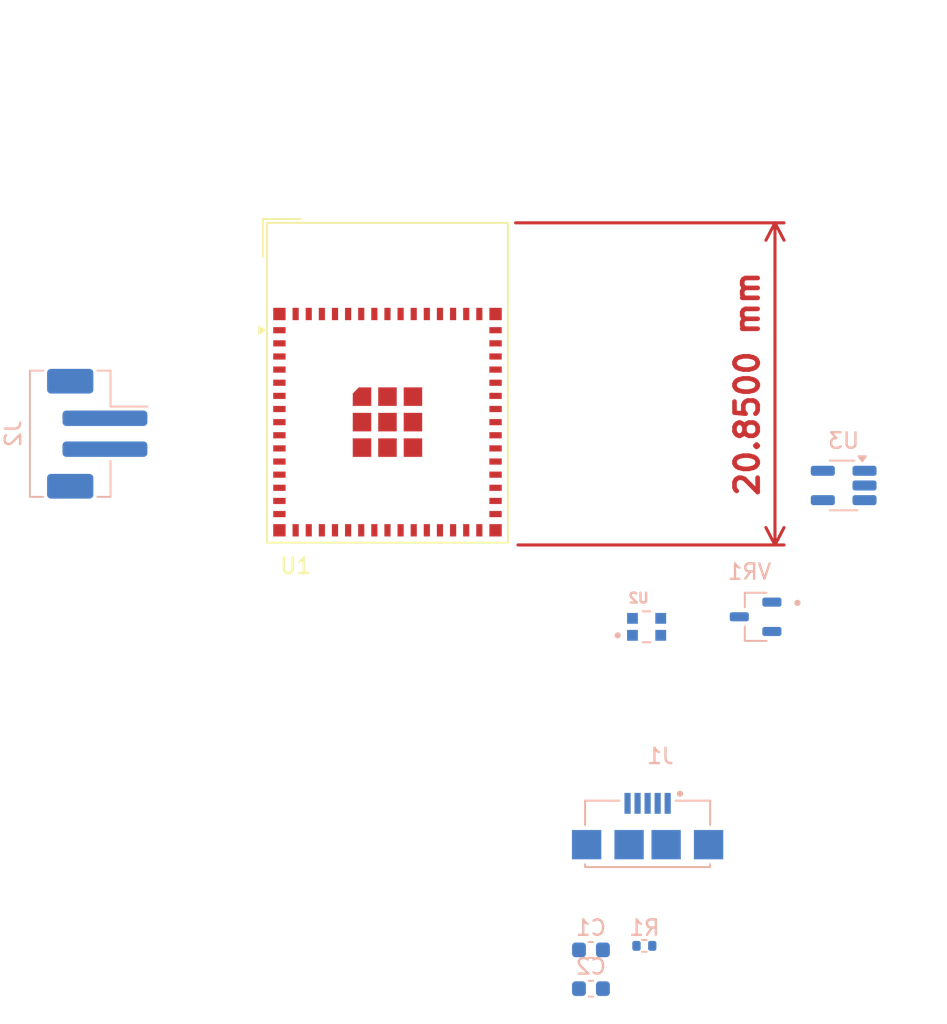
<source format=kicad_pcb>
(kicad_pcb (version 20240108) (generator "pcbnew") (generator_version "8.0")
  (layers (0 "F.Cu" signal) (31 "B.Cu" signal) (34 "B.Paste" user) (35 "F.Paste" user) (36 "B.SilkS" user "B.Silkscreen") (37 "F.SilkS" user "F.Silkscreen") (38 "B.Mask" user) (39 "F.Mask" user) (44 "Edge.Cuts" user))
  (net 0 "")
  (net 40 "Net-(U1-GND-Pad1)")
  (net 41 "D-")
  (net 42 "D+")
  (net 50 "/power/+VBAT")
  (net 51 "GND")
  (net 52 "/power/V_USB")
  (net 54 "Net-(J1-SHIELD-PadS1)")
  (net 59 "+VBAT")
  (net 60 "Net-(U3-PROG)")
  (net 61 "/power/BSTAT")
  (footprint "RF_Module:ESP32-S2-MINI-1" (layer "F.Cu") (at 142.15 85.15)
    (property "Reference" "U1" (at -5.95 11.85 0) (layer "F.SilkS"))
    (property "Value" "ESP32-S3-MINI-1")
    (fp_line (start -8.075 -10.6) (end -8.075 -8.15) (stroke (width 0.12)) (layer "F.SilkS"))
    (fp_line (start -8.075 -10.6) (end -5.625 -10.6) (stroke (width 0.12)) (layer "F.SilkS"))
    (fp_line (start -7.8 -10.35) (end 7.8 -10.35) (stroke (width 0.12)) (layer "F.SilkS"))
    (fp_line (start -7.8 10.35) (end -7.8 -10.35) (stroke (width 0.12)) (layer "F.SilkS"))
    (fp_line (start 7.8 -10.35) (end 7.8 10.35) (stroke (width 0.12)) (layer "F.SilkS"))
    (fp_line (start 7.8 10.35) (end -7.8 10.35) (stroke (width 0.12)) (layer "F.SilkS"))
    (fp_poly (pts (xy -7.975 -3.4) (xy -8.311 -3.16) (xy -8.311 -3.64) (xy -7.975 -3.4)) (stroke (width 0.12)) (fill solid) (layer "F.SilkS"))
    (pad "1" smd rect (at -7 -3.4) (size 0.8 0.4) (layers "F.Cu" "F.Paste" "F.Mask") (net 40 "Net-(U1-GND-Pad1)"))
    (pad "2" smd rect (at -7 -2.55) (size 0.8 0.4) (layers "F.Cu" "F.Paste" "F.Mask") (net 40 "Net-(U1-GND-Pad1)"))
    (pad "3" smd rect (at -7 -1.7) (size 0.8 0.4) (layers "F.Cu" "F.Paste" "F.Mask"))
    (pad "4" smd rect (at -7 -0.85) (size 0.8 0.4) (layers "F.Cu" "F.Paste" "F.Mask"))
    (pad "5" smd rect (at -7 0) (size 0.8 0.4) (layers "F.Cu" "F.Paste" "F.Mask"))
    (pad "6" smd rect (at -7 0.85) (size 0.8 0.4) (layers "F.Cu" "F.Paste" "F.Mask"))
    (pad "7" smd rect (at -7 1.7) (size 0.8 0.4) (layers "F.Cu" "F.Paste" "F.Mask"))
    (pad "8" smd rect (at -7 2.55) (size 0.8 0.4) (layers "F.Cu" "F.Paste" "F.Mask"))
    (pad "9" smd rect (at -7 3.4) (size 0.8 0.4) (layers "F.Cu" "F.Paste" "F.Mask"))
    (pad "10" smd rect (at -7 4.25) (size 0.8 0.4) (layers "F.Cu" "F.Paste" "F.Mask"))
    (pad "11" smd rect (at -7 5.1) (size 0.8 0.4) (layers "F.Cu" "F.Paste" "F.Mask"))
    (pad "12" smd rect (at -7 5.95) (size 0.8 0.4) (layers "F.Cu" "F.Paste" "F.Mask"))
    (pad "13" smd rect (at -7 6.8) (size 0.8 0.4) (layers "F.Cu" "F.Paste" "F.Mask"))
    (pad "14" smd rect (at -7 7.65) (size 0.8 0.4) (layers "F.Cu" "F.Paste" "F.Mask"))
    (pad "15" smd rect (at -7 8.5) (size 0.8 0.4) (layers "F.Cu" "F.Paste" "F.Mask"))
    (pad "16" smd rect (at -5.95 9.55 90) (size 0.8 0.4) (layers "F.Cu" "F.Paste" "F.Mask"))
    (pad "17" smd rect (at -5.1 9.55 90) (size 0.8 0.4) (layers "F.Cu" "F.Paste" "F.Mask"))
    (pad "18" smd rect (at -4.25 9.55 90) (size 0.8 0.4) (layers "F.Cu" "F.Paste" "F.Mask"))
    (pad "19" smd rect (at -3.4 9.55 90) (size 0.8 0.4) (layers "F.Cu" "F.Paste" "F.Mask"))
    (pad "20" smd rect (at -2.55 9.55 90) (size 0.8 0.4) (layers "F.Cu" "F.Paste" "F.Mask"))
    (pad "21" smd rect (at -1.7 9.55 90) (size 0.8 0.4) (layers "F.Cu" "F.Paste" "F.Mask"))
    (pad "22" smd rect (at -0.85 9.55 90) (size 0.8 0.4) (layers "F.Cu" "F.Paste" "F.Mask"))
    (pad "23" smd rect (at 0 9.55 90) (size 0.8 0.4) (layers "F.Cu" "F.Paste" "F.Mask") (net 41 "D-"))
    (pad "24" smd rect (at 0.85 9.55 90) (size 0.8 0.4) (layers "F.Cu" "F.Paste" "F.Mask") (net 42 "D+"))
    (pad "25" smd rect (at 1.7 9.55 90) (size 0.8 0.4) (layers "F.Cu" "F.Paste" "F.Mask"))
    (pad "26" smd rect (at 2.55 9.55 90) (size 0.8 0.4) (layers "F.Cu" "F.Paste" "F.Mask"))
    (pad "27" smd rect (at 3.4 9.55 90) (size 0.8 0.4) (layers "F.Cu" "F.Paste" "F.Mask"))
    (pad "28" smd rect (at 4.25 9.55 90) (size 0.8 0.4) (layers "F.Cu" "F.Paste" "F.Mask"))
    (pad "29" smd rect (at 5.1 9.55 90) (size 0.8 0.4) (layers "F.Cu" "F.Paste" "F.Mask"))
    (pad "30" smd rect (at 5.95 9.55 90) (size 0.8 0.4) (layers "F.Cu" "F.Paste" "F.Mask"))
    (pad "31" smd rect (at 7 8.5) (size 0.8 0.4) (layers "F.Cu" "F.Paste" "F.Mask"))
    (pad "32" smd rect (at 7 7.65) (size 0.8 0.4) (layers "F.Cu" "F.Paste" "F.Mask"))
    (pad "33" smd rect (at 7 6.8) (size 0.8 0.4) (layers "F.Cu" "F.Paste" "F.Mask"))
    (pad "34" smd rect (at 7 5.95) (size 0.8 0.4) (layers "F.Cu" "F.Paste" "F.Mask"))
    (pad "35" smd rect (at 7 5.1) (size 0.8 0.4) (layers "F.Cu" "F.Paste" "F.Mask"))
    (pad "36" smd rect (at 7 4.25) (size 0.8 0.4) (layers "F.Cu" "F.Paste" "F.Mask"))
    (pad "37" smd rect (at 7 3.4) (size 0.8 0.4) (layers "F.Cu" "F.Paste" "F.Mask"))
    (pad "38" smd rect (at 7 2.55) (size 0.8 0.4) (layers "F.Cu" "F.Paste" "F.Mask"))
    (pad "39" smd rect (at 7 1.7) (size 0.8 0.4) (layers "F.Cu" "F.Paste" "F.Mask"))
    (pad "40" smd rect (at 7 0.85) (size 0.8 0.4) (layers "F.Cu" "F.Paste" "F.Mask"))
    (pad "41" smd rect (at 7 0) (size 0.8 0.4) (layers "F.Cu" "F.Paste" "F.Mask"))
    (pad "42" smd rect (at 7 -0.85) (size 0.8 0.4) (layers "F.Cu" "F.Paste" "F.Mask") (net 40 "Net-(U1-GND-Pad1)"))
    (pad "43" smd rect (at 7 -1.7) (size 0.8 0.4) (layers "F.Cu" "F.Paste" "F.Mask") (net 40 "Net-(U1-GND-Pad1)"))
    (pad "44" smd rect (at 7 -2.55) (size 0.8 0.4) (layers "F.Cu" "F.Paste" "F.Mask"))
    (pad "45" smd rect (at 7 -3.4) (size 0.8 0.4) (layers "F.Cu" "F.Paste" "F.Mask"))
    (pad "46" smd rect (at 5.95 -4.45 90) (size 0.8 0.4) (layers "F.Cu" "F.Paste" "F.Mask") (net 40 "Net-(U1-GND-Pad1)"))
    (pad "47" smd rect (at 5.1 -4.45 90) (size 0.8 0.4) (layers "F.Cu" "F.Paste" "F.Mask") (net 40 "Net-(U1-GND-Pad1)"))
    (pad "48" smd rect (at 4.25 -4.45 90) (size 0.8 0.4) (layers "F.Cu" "F.Paste" "F.Mask") (net 40 "Net-(U1-GND-Pad1)"))
    (pad "49" smd rect (at 3.4 -4.45 90) (size 0.8 0.4) (layers "F.Cu" "F.Paste" "F.Mask") (net 40 "Net-(U1-GND-Pad1)"))
    (pad "50" smd rect (at 2.55 -4.45 90) (size 0.8 0.4) (layers "F.Cu" "F.Paste" "F.Mask") (net 40 "Net-(U1-GND-Pad1)"))
    (pad "51" smd rect (at 1.7 -4.45 90) (size 0.8 0.4) (layers "F.Cu" "F.Paste" "F.Mask") (net 40 "Net-(U1-GND-Pad1)"))
    (pad "52" smd rect (at 0.85 -4.45 90) (size 0.8 0.4) (layers "F.Cu" "F.Paste" "F.Mask") (net 40 "Net-(U1-GND-Pad1)"))
    (pad "53" smd rect (at 0 -4.45 90) (size 0.8 0.4) (layers "F.Cu" "F.Paste" "F.Mask") (net 40 "Net-(U1-GND-Pad1)"))
    (pad "54" smd rect (at -0.85 -4.45 90) (size 0.8 0.4) (layers "F.Cu" "F.Paste" "F.Mask") (net 40 "Net-(U1-GND-Pad1)"))
    (pad "55" smd rect (at -1.7 -4.45 90) (size 0.8 0.4) (layers "F.Cu" "F.Paste" "F.Mask") (net 40 "Net-(U1-GND-Pad1)"))
    (pad "56" smd rect (at -2.55 -4.45 90) (size 0.8 0.4) (layers "F.Cu" "F.Paste" "F.Mask") (net 40 "Net-(U1-GND-Pad1)"))
    (pad "57" smd rect (at -3.4 -4.45 90) (size 0.8 0.4) (layers "F.Cu" "F.Paste" "F.Mask") (net 40 "Net-(U1-GND-Pad1)"))
    (pad "58" smd rect (at -4.25 -4.45 90) (size 0.8 0.4) (layers "F.Cu" "F.Paste" "F.Mask") (net 40 "Net-(U1-GND-Pad1)"))
    (pad "59" smd rect (at -5.1 -4.45 90) (size 0.8 0.4) (layers "F.Cu" "F.Paste" "F.Mask") (net 40 "Net-(U1-GND-Pad1)"))
    (pad "60" smd rect (at -5.95 -4.45 90) (size 0.8 0.4) (layers "F.Cu" "F.Paste" "F.Mask") (net 40 "Net-(U1-GND-Pad1)"))
    (pad "61" smd roundrect (at -1.65 0.9) (size 1.2 1.2) (layers "F.Cu" "F.Paste" "F.Mask") (roundrect_rratio 0) (chamfer_ratio 0.33) (chamfer top_left) (net 40 "Net-(U1-GND-Pad1)"))
    (pad "61" smd rect (at -1.65 2.55) (size 1.2 1.2) (layers "F.Cu" "F.Paste" "F.Mask") (net 40 "Net-(U1-GND-Pad1)"))
    (pad "61" smd rect (at -1.65 4.2) (size 1.2 1.2) (layers "F.Cu" "F.Paste" "F.Mask") (net 40 "Net-(U1-GND-Pad1)"))
    (pad "61" smd rect (at 0 0.9) (size 1.2 1.2) (layers "F.Cu" "F.Paste" "F.Mask") (net 40 "Net-(U1-GND-Pad1)"))
    (pad "61" smd rect (at 0 2.55) (size 1.2 1.2) (layers "F.Cu" "F.Paste" "F.Mask") (net 40 "Net-(U1-GND-Pad1)"))
    (pad "61" smd rect (at 0 4.2) (size 1.2 1.2) (layers "F.Cu" "F.Paste" "F.Mask") (net 40 "Net-(U1-GND-Pad1)"))
    (pad "61" smd rect (at 1.65 0.9) (size 1.2 1.2) (layers "F.Cu" "F.Paste" "F.Mask") (net 40 "Net-(U1-GND-Pad1)"))
    (pad "61" smd rect (at 1.65 2.55) (size 1.2 1.2) (layers "F.Cu" "F.Paste" "F.Mask") (net 40 "Net-(U1-GND-Pad1)"))
    (pad "61" smd rect (at 1.65 4.2) (size 1.2 1.2) (layers "F.Cu" "F.Paste" "F.Mask") (net 40 "Net-(U1-GND-Pad1)"))
    (pad "62" smd rect (at -7 -4.45) (size 0.8 0.8) (layers "F.Cu" "F.Paste" "F.Mask") (net 40 "Net-(U1-GND-Pad1)"))
    (pad "63" smd rect (at -7 9.55) (size 0.8 0.8) (layers "F.Cu" "F.Paste" "F.Mask") (net 40 "Net-(U1-GND-Pad1)"))
    (pad "64" smd rect (at 7 9.55) (size 0.8 0.8) (layers "F.Cu" "F.Paste" "F.Mask") (net 40 "Net-(U1-GND-Pad1)"))
    (pad "65" smd rect (at 7 -4.45) (size 0.8 0.8) (layers "F.Cu" "F.Paste" "F.Mask") (net 40 "Net-(U1-GND-Pad1)"))
  )
  (footprint "Package_TO_SOT_SMD:SOT-23-5_HandSoldering" (layer "B.Cu") (at 171.7 91.8 180)
    (property "Reference" "U3" (at 0 2.9 0) (layer "B.SilkS") (effects (justify mirror)))
    (property "Value" "MCP73831-2-OT")
    (fp_line (start 0.9 1.61) (end 0.1 1.61) (stroke (width 0.12)) (layer "B.SilkS"))
    (fp_line (start 0.9 -1.61) (end -0.9 -1.61) (stroke (width 0.12)) (layer "B.SilkS"))
    (fp_line (start -0.7 1.61) (end 0.1 1.61) (stroke (width 0.12)) (layer "B.SilkS"))
    (fp_poly (pts (xy -1.2 1.56) (xy -1.44 1.89) (xy -0.96 1.89) (xy -1.2 1.56)) (stroke (width 0.12)) (fill solid) (layer "B.SilkS"))
    (pad "1" smd roundrect (at -1.35 0.95 180) (size 1.56 0.65) (layers "B.Cu" "B.Paste" "B.Mask") (net 61 "/power/BSTAT"))
    (pad "2" smd roundrect (at -1.35 0 180) (size 1.56 0.65) (layers "B.Cu" "B.Paste" "B.Mask") (net 51 "GND"))
    (pad "3" smd roundrect (at -1.35 -0.95 180) (size 1.56 0.65) (layers "B.Cu" "B.Paste" "B.Mask") (net 50 "/power/+VBAT"))
    (pad "4" smd roundrect (at 1.35 -0.95 180) (size 1.56 0.65) (layers "B.Cu" "B.Paste" "B.Mask") (net 52 "/power/V_USB"))
    (pad "5" smd roundrect (at 1.35 0.95 180) (size 1.56 0.65) (layers "B.Cu" "B.Paste" "B.Mask") (net 60 "Net-(U3-PROG)"))
  )
  (footprint "Resistor_SMD:R_0402_1005Metric" (layer "B.Cu") (at 158.79 121.6 180)
    (property "Reference" "R1" (at 0 1.17 0) (layer "B.SilkS") (effects (justify mirror)))
    (property "Value" "2K/0402")
    (fp_line (start 0.153641 0.38) (end -0.153641 0.38) (stroke (width 0.12)) (layer "B.SilkS"))
    (fp_line (start 0.153641 -0.38) (end -0.153641 -0.38) (stroke (width 0.12)) (layer "B.SilkS"))
    (pad "1" smd roundrect (at -0.51 0 180) (size 0.54 0.64) (layers "B.Cu" "B.Paste" "B.Mask") (net 60 "Net-(U3-PROG)"))
    (pad "2" smd roundrect (at 0.51 0 180) (size 0.54 0.64) (layers "B.Cu" "B.Paste" "B.Mask") (net 51 "GND"))
  )
  (footprint "Connector_JST:JST_PH_B2B-PH-SM4-TB_1x02-1MP_P2.00mm_Vertical" (layer "B.Cu") (at 123.35 88.45 -90)
    (property "Reference" "J2" (at 0 5.45 90) (layer "B.SilkS") (effects (justify mirror)))
    (property "Value" "Conn_01x02_MountingPin")
    (fp_line (start -4.085 4.36) (end -4.085 3.51) (stroke (width 0.12)) (layer "B.SilkS"))
    (fp_line (start 4.085 4.36) (end -4.085 4.36) (stroke (width 0.12)) (layer "B.SilkS"))
    (fp_line (start 4.085 3.51) (end 4.085 4.36) (stroke (width 0.12)) (layer "B.SilkS"))
    (fp_line (start -4.085 -0.86) (end -4.085 -0.01) (stroke (width 0.12)) (layer "B.SilkS"))
    (fp_line (start -1.76 -0.86) (end -4.085 -0.86) (stroke (width 0.12)) (layer "B.SilkS"))
    (fp_line (start 1.76 -0.86) (end 4.085 -0.86) (stroke (width 0.12)) (layer "B.SilkS"))
    (fp_line (start 4.085 -0.86) (end 4.085 -0.01) (stroke (width 0.12)) (layer "B.SilkS"))
    (fp_line (start -1.76 -3.25) (end -1.76 -0.86) (stroke (width 0.12)) (layer "B.SilkS"))
    (pad "1" smd roundrect (at -1 -0.5 270) (size 1 5.5) (layers "B.Cu" "B.Paste" "B.Mask") (net 59 "+VBAT"))
    (pad "2" smd roundrect (at 1 -0.5 270) (size 1 5.5) (layers "B.Cu" "B.Paste" "B.Mask") (net 51 "GND"))
    (pad "MP" smd roundrect (at -3.4 1.75 270) (size 1.6 3) (layers "B.Cu" "B.Paste" "B.Mask") (roundrect_rratio 0.15625) (net 51 "GND"))
    (pad "MP" smd roundrect (at 3.4 1.75 270) (size 1.6 3) (layers "B.Cu" "B.Paste" "B.Mask") (roundrect_rratio 0.15625) (net 51 "GND"))
  )
  (footprint "Capacitor_SMD:C_0603_1608Metric" (layer "B.Cu") (at 155.33 124.37 180)
    (property "Reference" "C2" (at 0 1.43 0) (layer "B.SilkS") (effects (justify mirror)))
    (property "Value" "4.7uF/0603")
    (fp_line (start 0.14058 0.51) (end -0.14058 0.51) (stroke (width 0.12)) (layer "B.SilkS"))
    (fp_line (start 0.14058 -0.51) (end -0.14058 -0.51) (stroke (width 0.12)) (layer "B.SilkS"))
    (pad "1" smd roundrect (at -0.775 0 180) (size 0.9 0.95) (layers "B.Cu" "B.Paste" "B.Mask") (net 52 "/power/V_USB"))
    (pad "2" smd roundrect (at 0.775 0 180) (size 0.9 0.95) (layers "B.Cu" "B.Paste" "B.Mask") (net 51 "GND"))
  )
  (footprint "Micro_usb_b_miniproject:CUI_UJ2-MIBH-G-SMT-TR" (layer "B.Cu") (at 159 115.05 180)
    (property "Reference" "J1" (at -0.825 5.735 0) (layer "B.SilkS") (effects (justify mirror)))
    (property "Value" "UJ2-MIBH-G-SMT-TR")
    (fp_line (start 4.05 2.85) (end 1.82 2.85) (stroke (width 0.127)) (layer "B.SilkS"))
    (fp_line (start 4.05 1.27) (end 4.05 2.85) (stroke (width 0.127)) (layer "B.SilkS"))
    (fp_line (start 4.05 -1.27) (end 4.05 -1.45) (stroke (width 0.127)) (layer "B.SilkS"))
    (fp_line (start 4.05 -1.45) (end -4.05 -1.45) (stroke (width 0.127)) (layer "B.SilkS"))
    (fp_line (start -1.82 2.85) (end -4.05 2.85) (stroke (width 0.127)) (layer "B.SilkS"))
    (fp_line (start -4.05 2.85) (end -4.05 1.27) (stroke (width 0.127)) (layer "B.SilkS"))
    (fp_line (start -4.05 -1.45) (end -4.05 -1.27) (stroke (width 0.127)) (layer "B.SilkS"))
    (fp_circle (center -2.1 3.3) (end -2 3.3) (stroke (width 0.2)) (fill none) (layer "B.SilkS"))
    (pad "" np_thru_hole circle (at -2 2.15 180) (size 0.55 0.55) (drill 0.55) (layers "*.Cu" "*.Mask"))
    (pad "" np_thru_hole circle (at 2 2.15 180) (size 0.55 0.55) (drill 0.55) (layers "*.Cu" "*.Mask"))
    (pad "1" smd rect (at -1.3 2.675 180) (size 0.4 1.35) (layers "B.Cu" "B.Paste" "B.Mask"))
    (pad "2" smd rect (at -0.65 2.675 180) (size 0.4 1.35) (layers "B.Cu" "B.Paste" "B.Mask"))
    (pad "3" smd rect (at 0 2.675 180) (size 0.4 1.35) (layers "B.Cu" "B.Paste" "B.Mask"))
    (pad "4" smd rect (at 0.65 2.675 180) (size 0.4 1.35) (layers "B.Cu" "B.Paste" "B.Mask"))
    (pad "5" smd rect (at 1.3 2.675 180) (size 0.4 1.35) (layers "B.Cu" "B.Paste" "B.Mask"))
    (pad "S1" smd rect (at -3.95 0 180) (size 1.9 1.9) (layers "B.Cu" "B.Paste" "B.Mask") (net 54 "Net-(J1-SHIELD-PadS1)"))
    (pad "S2" smd rect (at -1.2 0 180) (size 1.9 1.9) (layers "B.Cu" "B.Paste" "B.Mask") (net 54 "Net-(J1-SHIELD-PadS1)"))
    (pad "S3" smd rect (at 1.2 0 180) (size 1.9 1.9) (layers "B.Cu" "B.Paste" "B.Mask") (net 54 "Net-(J1-SHIELD-PadS1)"))
    (pad "S4" smd rect (at 3.95 0 180) (size 1.9 1.9) (layers "B.Cu" "B.Paste" "B.Mask") (net 54 "Net-(J1-SHIELD-PadS1)"))
  )
  (footprint "Capacitor_SMD:C_0603_1608Metric" (layer "B.Cu") (at 155.33 121.86 180)
    (property "Reference" "C1" (at 0 1.43 0) (layer "B.SilkS") (effects (justify mirror)))
    (property "Value" "4.7uF/0603")
    (fp_line (start 0.14058 0.51) (end -0.14058 0.51) (stroke (width 0.12)) (layer "B.SilkS"))
    (fp_line (start 0.14058 -0.51) (end -0.14058 -0.51) (stroke (width 0.12)) (layer "B.SilkS"))
    (pad "1" smd roundrect (at -0.775 0 180) (size 0.9 0.95) (layers "B.Cu" "B.Paste" "B.Mask") (net 50 "/power/+VBAT"))
    (pad "2" smd roundrect (at 0.775 0 180) (size 0.9 0.95) (layers "B.Cu" "B.Paste" "B.Mask") (net 51 "GND"))
  )
  (footprint "NeoPixel_led:LED_WS2812-2020" (layer "B.Cu") (at 158.935 100.95 180)
    (property "Reference" "U2" (at 0.517 1.86247 0) (layer "B.SilkS") (effects (font (size 0.64 0.64)) (justify mirror)))
    (property "Value" "WS2812-2020")
    (fp_line (start -0.245 1) (end 0.245 1) (stroke (width 0.127)) (layer "B.SilkS"))
    (fp_line (start -0.245 -1) (end 0.245 -1) (stroke (width 0.127)) (layer "B.SilkS"))
    (fp_circle (center 1.87 -0.55) (end 1.97 -0.55) (stroke (width 0.2)) (fill none) (layer "B.SilkS"))
    (pad "1" smd rect (at 0.915 -0.55 180) (size 0.7 0.7) (layers "B.Cu" "B.Paste" "B.Mask"))
    (pad "2" smd rect (at 0.915 0.55 180) (size 0.7 0.7) (layers "B.Cu" "B.Paste" "B.Mask"))
    (pad "3" smd rect (at -0.915 0.55 180) (size 0.7 0.7) (layers "B.Cu" "B.Paste" "B.Mask"))
    (pad "4" smd rect (at -0.915 -0.55 180) (size 0.7 0.7) (layers "B.Cu" "B.Paste" "B.Mask"))
  )
  (footprint "3.3v_ldo_sot23-3:SOT95P237X112-3N" (layer "B.Cu") (at 165.995 100.3 180)
    (property "Reference" "VR1" (at 0.405 2.915 0) (layer "B.SilkS") (effects (justify mirror)))
    (property "Value" "TLV76050DBZT")
    (fp_line (start 0.7 1.559) (end -0.7 1.559) (stroke (width 0.127)) (layer "B.SilkS"))
    (fp_line (start 0.7 0.62) (end 0.7 1.559) (stroke (width 0.127)) (layer "B.SilkS"))
    (fp_line (start 0.7 -0.62) (end 0.7 -1.559) (stroke (width 0.127)) (layer "B.SilkS"))
    (fp_line (start -0.7 -1.559) (end 0.7 -1.559) (stroke (width 0.127)) (layer "B.SilkS"))
    (fp_circle (center -2.71 0.9) (end -2.61 0.9) (stroke (width 0.2)) (fill none) (layer "B.SilkS"))
    (pad "1" smd roundrect (at -1.055 0.95 180) (size 1.24 0.59) (layers "B.Cu" "B.Paste" "B.Mask"))
    (pad "2" smd roundrect (at -1.055 -0.95 180) (size 1.24 0.59) (layers "B.Cu" "B.Paste" "B.Mask"))
    (pad "3" smd roundrect (at 1.055 0 180) (size 1.24 0.59) (layers "B.Cu" "B.Paste" "B.Mask"))
  )
  (dimension (type orthogonal) (layer "F.Cu") (pts (xy 150.1 95.65) (xy 149.95 74.8)) (height 17.15) (orientation 1) (gr_text "20.8500 mm" (at 165.45 85.225 90) (layer "F.Cu") (effects (font (size 1.5 1.5) (thickness 0.3)))) (format (prefix "") (suffix "") (units 3) (units_format 1) (precision 4)) (style (thickness 0.2) (arrow_length 1.27) (text_position_mode 0) (extension_height 0.58642) (extension_offset 0.5) keep_text_aligned))
)
</source>
